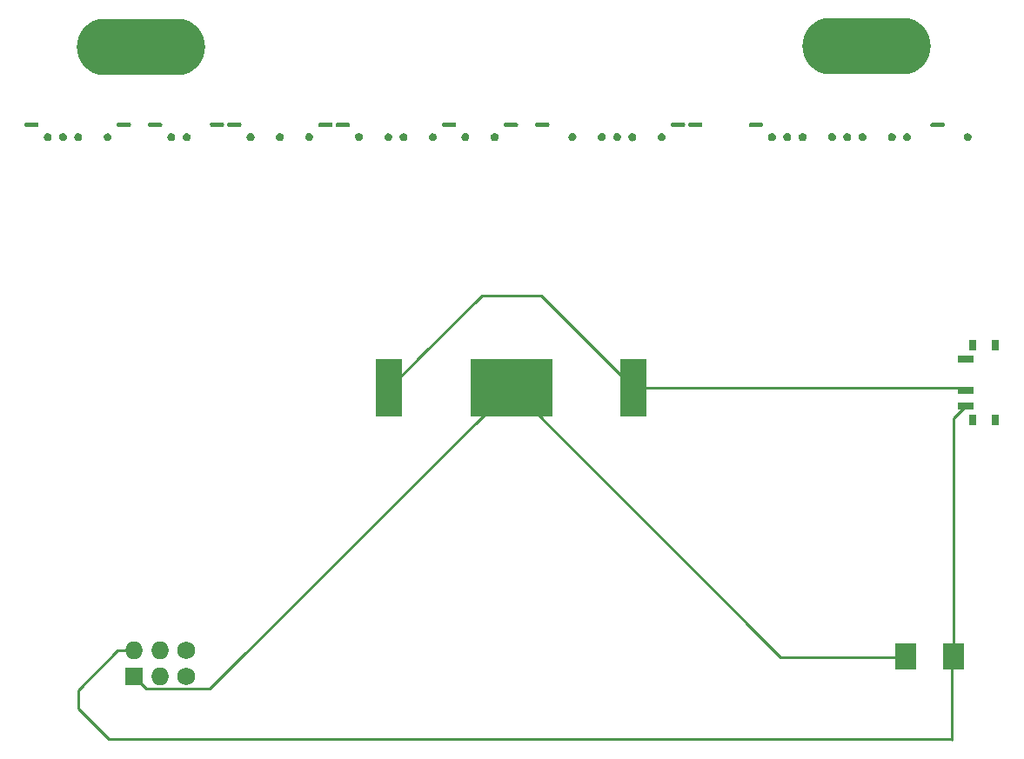
<source format=gbr>
G04 #@! TF.GenerationSoftware,KiCad,Pcbnew,(5.1.10)-1*
G04 #@! TF.CreationDate,2021-09-04T12:13:34-05:00*
G04 #@! TF.ProjectId,OzSec 2021 - Over the Rainbow v2_00(Svg2Shenzen),4f7a5365-6320-4323-9032-31202d204f76,rev?*
G04 #@! TF.SameCoordinates,Original*
G04 #@! TF.FileFunction,Copper,L2,Bot*
G04 #@! TF.FilePolarity,Positive*
%FSLAX46Y46*%
G04 Gerber Fmt 4.6, Leading zero omitted, Abs format (unit mm)*
G04 Created by KiCad (PCBNEW (5.1.10)-1) date 2021-09-04 12:13:34*
%MOMM*%
%LPD*%
G01*
G04 APERTURE LIST*
G04 #@! TA.AperFunction,EtchedComponent*
%ADD10C,0.010000*%
G04 #@! TD*
G04 #@! TA.AperFunction,ComponentPad*
%ADD11C,1.727200*%
G04 #@! TD*
G04 #@! TA.AperFunction,ComponentPad*
%ADD12O,1.727200X1.727200*%
G04 #@! TD*
G04 #@! TA.AperFunction,ComponentPad*
%ADD13R,1.727200X1.727200*%
G04 #@! TD*
G04 #@! TA.AperFunction,SMDPad,CuDef*
%ADD14R,2.600000X5.560000*%
G04 #@! TD*
G04 #@! TA.AperFunction,SMDPad,CuDef*
%ADD15R,8.000000X5.560000*%
G04 #@! TD*
G04 #@! TA.AperFunction,SMDPad,CuDef*
%ADD16R,2.000000X2.500000*%
G04 #@! TD*
G04 #@! TA.AperFunction,ComponentPad*
%ADD17O,12.500000X5.500000*%
G04 #@! TD*
G04 #@! TA.AperFunction,SMDPad,CuDef*
%ADD18R,0.800000X1.000000*%
G04 #@! TD*
G04 #@! TA.AperFunction,SMDPad,CuDef*
%ADD19R,1.500000X0.700000*%
G04 #@! TD*
G04 #@! TA.AperFunction,Conductor*
%ADD20C,0.250000*%
G04 #@! TD*
G04 APERTURE END LIST*
D10*
G04 #@! TO.C,G\u002A\u002A\u002A*
G36*
X178448728Y-57189325D02*
G01*
X178561443Y-57193574D01*
X178646049Y-57201990D01*
X178707275Y-57215377D01*
X178749852Y-57234543D01*
X178778507Y-57260294D01*
X178797971Y-57293437D01*
X178803372Y-57306631D01*
X178816814Y-57392369D01*
X178797558Y-57475908D01*
X178749382Y-57541736D01*
X178745275Y-57545083D01*
X178726055Y-57558551D01*
X178703321Y-57568883D01*
X178671604Y-57576481D01*
X178625434Y-57581751D01*
X178559341Y-57585095D01*
X178467856Y-57586916D01*
X178345510Y-57587619D01*
X178186832Y-57587608D01*
X178169271Y-57587583D01*
X177994019Y-57586749D01*
X177856683Y-57584657D01*
X177752861Y-57581081D01*
X177678147Y-57575795D01*
X177628137Y-57568573D01*
X177598428Y-57559188D01*
X177596415Y-57558127D01*
X177540937Y-57505501D01*
X177513457Y-57432306D01*
X177515397Y-57350924D01*
X177548182Y-57273740D01*
X177561717Y-57256139D01*
X177612766Y-57196750D01*
X178120052Y-57190096D01*
X178303174Y-57188434D01*
X178448728Y-57189325D01*
G37*
X178448728Y-57189325D02*
X178561443Y-57193574D01*
X178646049Y-57201990D01*
X178707275Y-57215377D01*
X178749852Y-57234543D01*
X178778507Y-57260294D01*
X178797971Y-57293437D01*
X178803372Y-57306631D01*
X178816814Y-57392369D01*
X178797558Y-57475908D01*
X178749382Y-57541736D01*
X178745275Y-57545083D01*
X178726055Y-57558551D01*
X178703321Y-57568883D01*
X178671604Y-57576481D01*
X178625434Y-57581751D01*
X178559341Y-57585095D01*
X178467856Y-57586916D01*
X178345510Y-57587619D01*
X178186832Y-57587608D01*
X178169271Y-57587583D01*
X177994019Y-57586749D01*
X177856683Y-57584657D01*
X177752861Y-57581081D01*
X177678147Y-57575795D01*
X177628137Y-57568573D01*
X177598428Y-57559188D01*
X177596415Y-57558127D01*
X177540937Y-57505501D01*
X177513457Y-57432306D01*
X177515397Y-57350924D01*
X177548182Y-57273740D01*
X177561717Y-57256139D01*
X177612766Y-57196750D01*
X178120052Y-57190096D01*
X178303174Y-57188434D01*
X178448728Y-57189325D01*
G36*
X160760342Y-57188444D02*
G01*
X160872718Y-57192133D01*
X160957136Y-57199797D01*
X161018379Y-57212221D01*
X161061229Y-57230191D01*
X161090466Y-57254494D01*
X161110873Y-57285916D01*
X161118458Y-57302608D01*
X161137847Y-57393316D01*
X161121878Y-57477296D01*
X161072739Y-57543720D01*
X161069120Y-57546647D01*
X161050424Y-57559468D01*
X161027415Y-57569361D01*
X160994749Y-57576702D01*
X160947085Y-57581869D01*
X160879080Y-57585238D01*
X160785391Y-57587188D01*
X160660675Y-57588093D01*
X160499590Y-57588332D01*
X160478267Y-57588334D01*
X159940409Y-57588334D01*
X159888455Y-57536379D01*
X159845487Y-57465877D01*
X159835646Y-57382286D01*
X159858975Y-57298928D01*
X159887549Y-57256139D01*
X159938598Y-57196750D01*
X160432591Y-57189842D01*
X160615226Y-57187942D01*
X160760342Y-57188444D01*
G37*
X160760342Y-57188444D02*
X160872718Y-57192133D01*
X160957136Y-57199797D01*
X161018379Y-57212221D01*
X161061229Y-57230191D01*
X161090466Y-57254494D01*
X161110873Y-57285916D01*
X161118458Y-57302608D01*
X161137847Y-57393316D01*
X161121878Y-57477296D01*
X161072739Y-57543720D01*
X161069120Y-57546647D01*
X161050424Y-57559468D01*
X161027415Y-57569361D01*
X160994749Y-57576702D01*
X160947085Y-57581869D01*
X160879080Y-57585238D01*
X160785391Y-57587188D01*
X160660675Y-57588093D01*
X160499590Y-57588332D01*
X160478267Y-57588334D01*
X159940409Y-57588334D01*
X159888455Y-57536379D01*
X159845487Y-57465877D01*
X159835646Y-57382286D01*
X159858975Y-57298928D01*
X159887549Y-57256139D01*
X159938598Y-57196750D01*
X160432591Y-57189842D01*
X160615226Y-57187942D01*
X160760342Y-57188444D01*
G36*
X154781638Y-57187027D02*
G01*
X154925826Y-57190552D01*
X155036492Y-57198160D01*
X155118030Y-57211267D01*
X155174838Y-57231291D01*
X155211311Y-57259650D01*
X155231845Y-57297759D01*
X155240836Y-57347037D01*
X155242660Y-57393504D01*
X155234667Y-57467716D01*
X155204609Y-57522112D01*
X155191379Y-57536379D01*
X155139424Y-57588334D01*
X154601567Y-57588334D01*
X154436286Y-57588175D01*
X154307964Y-57587436D01*
X154211227Y-57585718D01*
X154140703Y-57582626D01*
X154091016Y-57577760D01*
X154056794Y-57570725D01*
X154032663Y-57561124D01*
X154013249Y-57548558D01*
X154007938Y-57544464D01*
X153970975Y-57506287D01*
X153954896Y-57458067D01*
X153952167Y-57405489D01*
X153954284Y-57343599D01*
X153963564Y-57294559D01*
X153984396Y-57256884D01*
X154021172Y-57229084D01*
X154078282Y-57209673D01*
X154160116Y-57197164D01*
X154271066Y-57190068D01*
X154415521Y-57186898D01*
X154597873Y-57186167D01*
X154599531Y-57186167D01*
X154781638Y-57187027D01*
G37*
X154781638Y-57187027D02*
X154925826Y-57190552D01*
X155036492Y-57198160D01*
X155118030Y-57211267D01*
X155174838Y-57231291D01*
X155211311Y-57259650D01*
X155231845Y-57297759D01*
X155240836Y-57347037D01*
X155242660Y-57393504D01*
X155234667Y-57467716D01*
X155204609Y-57522112D01*
X155191379Y-57536379D01*
X155139424Y-57588334D01*
X154601567Y-57588334D01*
X154436286Y-57588175D01*
X154307964Y-57587436D01*
X154211227Y-57585718D01*
X154140703Y-57582626D01*
X154091016Y-57577760D01*
X154056794Y-57570725D01*
X154032663Y-57561124D01*
X154013249Y-57548558D01*
X154007938Y-57544464D01*
X153970975Y-57506287D01*
X153954896Y-57458067D01*
X153952167Y-57405489D01*
X153954284Y-57343599D01*
X153963564Y-57294559D01*
X153984396Y-57256884D01*
X154021172Y-57229084D01*
X154078282Y-57209673D01*
X154160116Y-57197164D01*
X154271066Y-57190068D01*
X154415521Y-57186898D01*
X154597873Y-57186167D01*
X154599531Y-57186167D01*
X154781638Y-57187027D01*
G36*
X153082904Y-57196842D02*
G01*
X153212076Y-57197398D01*
X153309386Y-57198844D01*
X153380068Y-57201602D01*
X153429360Y-57206097D01*
X153462495Y-57212752D01*
X153484710Y-57221990D01*
X153501240Y-57234236D01*
X153512371Y-57244963D01*
X153553165Y-57313022D01*
X153564066Y-57395060D01*
X153545662Y-57475677D01*
X153501195Y-57537250D01*
X153441806Y-57588334D01*
X152919112Y-57586901D01*
X152747054Y-57585509D01*
X152600678Y-57582450D01*
X152483922Y-57577889D01*
X152400723Y-57571988D01*
X152355020Y-57564913D01*
X152350298Y-57563172D01*
X152299309Y-57517202D01*
X152270803Y-57447922D01*
X152265802Y-57368511D01*
X152285329Y-57292149D01*
X152324970Y-57236698D01*
X152341107Y-57224498D01*
X152362710Y-57215059D01*
X152394972Y-57208029D01*
X152443083Y-57203058D01*
X152512235Y-57199795D01*
X152607619Y-57197890D01*
X152734428Y-57196992D01*
X152897853Y-57196752D01*
X152916634Y-57196750D01*
X153082904Y-57196842D01*
G37*
X153082904Y-57196842D02*
X153212076Y-57197398D01*
X153309386Y-57198844D01*
X153380068Y-57201602D01*
X153429360Y-57206097D01*
X153462495Y-57212752D01*
X153484710Y-57221990D01*
X153501240Y-57234236D01*
X153512371Y-57244963D01*
X153553165Y-57313022D01*
X153564066Y-57395060D01*
X153545662Y-57475677D01*
X153501195Y-57537250D01*
X153441806Y-57588334D01*
X152919112Y-57586901D01*
X152747054Y-57585509D01*
X152600678Y-57582450D01*
X152483922Y-57577889D01*
X152400723Y-57571988D01*
X152355020Y-57564913D01*
X152350298Y-57563172D01*
X152299309Y-57517202D01*
X152270803Y-57447922D01*
X152265802Y-57368511D01*
X152285329Y-57292149D01*
X152324970Y-57236698D01*
X152341107Y-57224498D01*
X152362710Y-57215059D01*
X152394972Y-57208029D01*
X152443083Y-57203058D01*
X152512235Y-57199795D01*
X152607619Y-57197890D01*
X152734428Y-57196992D01*
X152897853Y-57196752D01*
X152916634Y-57196750D01*
X153082904Y-57196842D01*
G36*
X139871530Y-57196840D02*
G01*
X140001361Y-57197388D01*
X140099283Y-57198815D01*
X140170511Y-57201538D01*
X140220257Y-57205977D01*
X140253734Y-57212551D01*
X140276155Y-57221679D01*
X140292732Y-57233780D01*
X140304371Y-57244963D01*
X140345165Y-57313022D01*
X140356066Y-57395060D01*
X140337662Y-57475677D01*
X140293195Y-57537250D01*
X140233806Y-57588334D01*
X139711112Y-57586901D01*
X139544301Y-57585551D01*
X139400312Y-57582595D01*
X139283654Y-57578217D01*
X139198837Y-57572602D01*
X139150372Y-57565936D01*
X139143207Y-57563577D01*
X139088173Y-57515608D01*
X139058175Y-57445074D01*
X139054926Y-57364743D01*
X139080142Y-57287382D01*
X139101917Y-57256139D01*
X139153001Y-57196750D01*
X139704580Y-57196750D01*
X139871530Y-57196840D01*
G37*
X139871530Y-57196840D02*
X140001361Y-57197388D01*
X140099283Y-57198815D01*
X140170511Y-57201538D01*
X140220257Y-57205977D01*
X140253734Y-57212551D01*
X140276155Y-57221679D01*
X140292732Y-57233780D01*
X140304371Y-57244963D01*
X140345165Y-57313022D01*
X140356066Y-57395060D01*
X140337662Y-57475677D01*
X140293195Y-57537250D01*
X140233806Y-57588334D01*
X139711112Y-57586901D01*
X139544301Y-57585551D01*
X139400312Y-57582595D01*
X139283654Y-57578217D01*
X139198837Y-57572602D01*
X139150372Y-57565936D01*
X139143207Y-57563577D01*
X139088173Y-57515608D01*
X139058175Y-57445074D01*
X139054926Y-57364743D01*
X139080142Y-57287382D01*
X139101917Y-57256139D01*
X139153001Y-57196750D01*
X139704580Y-57196750D01*
X139871530Y-57196840D01*
G36*
X136618638Y-57188591D02*
G01*
X136719076Y-57189842D01*
X137213069Y-57196750D01*
X137264118Y-57256139D01*
X137305105Y-57329843D01*
X137315362Y-57410603D01*
X137296316Y-57486223D01*
X137249395Y-57544504D01*
X137228861Y-57557431D01*
X137200913Y-57567590D01*
X137157947Y-57575381D01*
X137094963Y-57581073D01*
X137006959Y-57584934D01*
X136888935Y-57587231D01*
X136735889Y-57588233D01*
X136652322Y-57588334D01*
X136490403Y-57588145D01*
X136365330Y-57587309D01*
X136271615Y-57585413D01*
X136203773Y-57582051D01*
X136156317Y-57576811D01*
X136123758Y-57569285D01*
X136100612Y-57559064D01*
X136081396Y-57545742D01*
X136027899Y-57479109D01*
X136011346Y-57396035D01*
X136031743Y-57306117D01*
X136049917Y-57270264D01*
X136074251Y-57242083D01*
X136109547Y-57220760D01*
X136160612Y-57205485D01*
X136232249Y-57195443D01*
X136329262Y-57189821D01*
X136456457Y-57187808D01*
X136618638Y-57188591D01*
G37*
X136618638Y-57188591D02*
X136719076Y-57189842D01*
X137213069Y-57196750D01*
X137264118Y-57256139D01*
X137305105Y-57329843D01*
X137315362Y-57410603D01*
X137296316Y-57486223D01*
X137249395Y-57544504D01*
X137228861Y-57557431D01*
X137200913Y-57567590D01*
X137157947Y-57575381D01*
X137094963Y-57581073D01*
X137006959Y-57584934D01*
X136888935Y-57587231D01*
X136735889Y-57588233D01*
X136652322Y-57588334D01*
X136490403Y-57588145D01*
X136365330Y-57587309D01*
X136271615Y-57585413D01*
X136203773Y-57582051D01*
X136156317Y-57576811D01*
X136123758Y-57569285D01*
X136100612Y-57559064D01*
X136081396Y-57545742D01*
X136027899Y-57479109D01*
X136011346Y-57396035D01*
X136031743Y-57306117D01*
X136049917Y-57270264D01*
X136074251Y-57242083D01*
X136109547Y-57220760D01*
X136160612Y-57205485D01*
X136232249Y-57195443D01*
X136329262Y-57189821D01*
X136456457Y-57187808D01*
X136618638Y-57188591D01*
G36*
X130997786Y-57189422D02*
G01*
X131078378Y-57193891D01*
X131137843Y-57201442D01*
X131181478Y-57212528D01*
X131214580Y-57227603D01*
X131242351Y-57247044D01*
X131273537Y-57283296D01*
X131287459Y-57335039D01*
X131289722Y-57387302D01*
X131285126Y-57456650D01*
X131266739Y-57502352D01*
X131232098Y-57538767D01*
X131213255Y-57554118D01*
X131193273Y-57565904D01*
X131166683Y-57574580D01*
X131128018Y-57580601D01*
X131071811Y-57584419D01*
X130992594Y-57586491D01*
X130884900Y-57587270D01*
X130743261Y-57587210D01*
X130651778Y-57586992D01*
X130504871Y-57585885D01*
X130370135Y-57583488D01*
X130253963Y-57580025D01*
X130162751Y-57575721D01*
X130102893Y-57570801D01*
X130082842Y-57567019D01*
X130028137Y-57524398D01*
X129997248Y-57457850D01*
X129991744Y-57379464D01*
X130013191Y-57301328D01*
X130042549Y-57256139D01*
X130093597Y-57196750D01*
X130576280Y-57189959D01*
X130752034Y-57187909D01*
X130890770Y-57187579D01*
X130997786Y-57189422D01*
G37*
X130997786Y-57189422D02*
X131078378Y-57193891D01*
X131137843Y-57201442D01*
X131181478Y-57212528D01*
X131214580Y-57227603D01*
X131242351Y-57247044D01*
X131273537Y-57283296D01*
X131287459Y-57335039D01*
X131289722Y-57387302D01*
X131285126Y-57456650D01*
X131266739Y-57502352D01*
X131232098Y-57538767D01*
X131213255Y-57554118D01*
X131193273Y-57565904D01*
X131166683Y-57574580D01*
X131128018Y-57580601D01*
X131071811Y-57584419D01*
X130992594Y-57586491D01*
X130884900Y-57587270D01*
X130743261Y-57587210D01*
X130651778Y-57586992D01*
X130504871Y-57585885D01*
X130370135Y-57583488D01*
X130253963Y-57580025D01*
X130162751Y-57575721D01*
X130102893Y-57570801D01*
X130082842Y-57567019D01*
X130028137Y-57524398D01*
X129997248Y-57457850D01*
X129991744Y-57379464D01*
X130013191Y-57301328D01*
X130042549Y-57256139D01*
X130093597Y-57196750D01*
X130576280Y-57189959D01*
X130752034Y-57187909D01*
X130890770Y-57187579D01*
X130997786Y-57189422D01*
G36*
X120470471Y-57187027D02*
G01*
X120614660Y-57190552D01*
X120725325Y-57198160D01*
X120806863Y-57211267D01*
X120863671Y-57231291D01*
X120900144Y-57259650D01*
X120920678Y-57297759D01*
X120929670Y-57347037D01*
X120931494Y-57393504D01*
X120923500Y-57467716D01*
X120893442Y-57522112D01*
X120880212Y-57536379D01*
X120828258Y-57588334D01*
X120290400Y-57588334D01*
X120125119Y-57588175D01*
X119996797Y-57587436D01*
X119900061Y-57585718D01*
X119829536Y-57582626D01*
X119779850Y-57577760D01*
X119745628Y-57570725D01*
X119721496Y-57561124D01*
X119702082Y-57548558D01*
X119696771Y-57544464D01*
X119659808Y-57506287D01*
X119643729Y-57458067D01*
X119641000Y-57405489D01*
X119643118Y-57343599D01*
X119652397Y-57294559D01*
X119673230Y-57256884D01*
X119710005Y-57229084D01*
X119767115Y-57209673D01*
X119848949Y-57197164D01*
X119959899Y-57190068D01*
X120104354Y-57186898D01*
X120286706Y-57186167D01*
X120288364Y-57186167D01*
X120470471Y-57187027D01*
G37*
X120470471Y-57187027D02*
X120614660Y-57190552D01*
X120725325Y-57198160D01*
X120806863Y-57211267D01*
X120863671Y-57231291D01*
X120900144Y-57259650D01*
X120920678Y-57297759D01*
X120929670Y-57347037D01*
X120931494Y-57393504D01*
X120923500Y-57467716D01*
X120893442Y-57522112D01*
X120880212Y-57536379D01*
X120828258Y-57588334D01*
X120290400Y-57588334D01*
X120125119Y-57588175D01*
X119996797Y-57587436D01*
X119900061Y-57585718D01*
X119829536Y-57582626D01*
X119779850Y-57577760D01*
X119745628Y-57570725D01*
X119721496Y-57561124D01*
X119702082Y-57548558D01*
X119696771Y-57544464D01*
X119659808Y-57506287D01*
X119643729Y-57458067D01*
X119641000Y-57405489D01*
X119643118Y-57343599D01*
X119652397Y-57294559D01*
X119673230Y-57256884D01*
X119710005Y-57229084D01*
X119767115Y-57209673D01*
X119848949Y-57197164D01*
X119959899Y-57190068D01*
X120104354Y-57186898D01*
X120286706Y-57186167D01*
X120288364Y-57186167D01*
X120470471Y-57187027D01*
G36*
X118772042Y-57196881D02*
G01*
X118901492Y-57197534D01*
X118999028Y-57199101D01*
X119069860Y-57201974D01*
X119119195Y-57206544D01*
X119152245Y-57213204D01*
X119174219Y-57222345D01*
X119190325Y-57234359D01*
X119197510Y-57241269D01*
X119229352Y-57291372D01*
X119251294Y-57358407D01*
X119253664Y-57372539D01*
X119257109Y-57433090D01*
X119241949Y-57476383D01*
X119200778Y-57523812D01*
X119136257Y-57588334D01*
X118610753Y-57586901D01*
X118438021Y-57585515D01*
X118291093Y-57582469D01*
X118173869Y-57577925D01*
X118090247Y-57572046D01*
X118044128Y-57564993D01*
X118039132Y-57563172D01*
X117988142Y-57517202D01*
X117959636Y-57447922D01*
X117954635Y-57368511D01*
X117974162Y-57292149D01*
X118013803Y-57236698D01*
X118029940Y-57224498D01*
X118051543Y-57215059D01*
X118083805Y-57208029D01*
X118131916Y-57203058D01*
X118201068Y-57199795D01*
X118296453Y-57197890D01*
X118423262Y-57196992D01*
X118586686Y-57196752D01*
X118605468Y-57196750D01*
X118772042Y-57196881D01*
G37*
X118772042Y-57196881D02*
X118901492Y-57197534D01*
X118999028Y-57199101D01*
X119069860Y-57201974D01*
X119119195Y-57206544D01*
X119152245Y-57213204D01*
X119174219Y-57222345D01*
X119190325Y-57234359D01*
X119197510Y-57241269D01*
X119229352Y-57291372D01*
X119251294Y-57358407D01*
X119253664Y-57372539D01*
X119257109Y-57433090D01*
X119241949Y-57476383D01*
X119200778Y-57523812D01*
X119136257Y-57588334D01*
X118610753Y-57586901D01*
X118438021Y-57585515D01*
X118291093Y-57582469D01*
X118173869Y-57577925D01*
X118090247Y-57572046D01*
X118044128Y-57564993D01*
X118039132Y-57563172D01*
X117988142Y-57517202D01*
X117959636Y-57447922D01*
X117954635Y-57368511D01*
X117974162Y-57292149D01*
X118013803Y-57236698D01*
X118029940Y-57224498D01*
X118051543Y-57215059D01*
X118083805Y-57208029D01*
X118131916Y-57203058D01*
X118201068Y-57199795D01*
X118296453Y-57197890D01*
X118423262Y-57196992D01*
X118586686Y-57196752D01*
X118605468Y-57196750D01*
X118772042Y-57196881D01*
G36*
X109902904Y-57196842D02*
G01*
X110032076Y-57197398D01*
X110129386Y-57198844D01*
X110200068Y-57201602D01*
X110249360Y-57206097D01*
X110282495Y-57212752D01*
X110304710Y-57221990D01*
X110321240Y-57234236D01*
X110332371Y-57244963D01*
X110373165Y-57313022D01*
X110384066Y-57395060D01*
X110365662Y-57475677D01*
X110321195Y-57537250D01*
X110261806Y-57588334D01*
X109739112Y-57586901D01*
X109567054Y-57585509D01*
X109420678Y-57582450D01*
X109303922Y-57577889D01*
X109220723Y-57571988D01*
X109175020Y-57564913D01*
X109170298Y-57563172D01*
X109119309Y-57517202D01*
X109090803Y-57447922D01*
X109085802Y-57368511D01*
X109105329Y-57292149D01*
X109144970Y-57236698D01*
X109161107Y-57224498D01*
X109182710Y-57215059D01*
X109214972Y-57208029D01*
X109263083Y-57203058D01*
X109332235Y-57199795D01*
X109427619Y-57197890D01*
X109554428Y-57196992D01*
X109717853Y-57196752D01*
X109736634Y-57196750D01*
X109902904Y-57196842D01*
G37*
X109902904Y-57196842D02*
X110032076Y-57197398D01*
X110129386Y-57198844D01*
X110200068Y-57201602D01*
X110249360Y-57206097D01*
X110282495Y-57212752D01*
X110304710Y-57221990D01*
X110321240Y-57234236D01*
X110332371Y-57244963D01*
X110373165Y-57313022D01*
X110384066Y-57395060D01*
X110365662Y-57475677D01*
X110321195Y-57537250D01*
X110261806Y-57588334D01*
X109739112Y-57586901D01*
X109567054Y-57585509D01*
X109420678Y-57582450D01*
X109303922Y-57577889D01*
X109220723Y-57571988D01*
X109175020Y-57564913D01*
X109170298Y-57563172D01*
X109119309Y-57517202D01*
X109090803Y-57447922D01*
X109085802Y-57368511D01*
X109105329Y-57292149D01*
X109144970Y-57236698D01*
X109161107Y-57224498D01*
X109182710Y-57215059D01*
X109214972Y-57208029D01*
X109263083Y-57203058D01*
X109332235Y-57199795D01*
X109427619Y-57197890D01*
X109554428Y-57196992D01*
X109717853Y-57196752D01*
X109736634Y-57196750D01*
X109902904Y-57196842D01*
G36*
X108233255Y-57186923D02*
G01*
X108378101Y-57190145D01*
X108489391Y-57197263D01*
X108571506Y-57209706D01*
X108628828Y-57228905D01*
X108665739Y-57256288D01*
X108686621Y-57293287D01*
X108695856Y-57341330D01*
X108697834Y-57397404D01*
X108687269Y-57473698D01*
X108650754Y-57531372D01*
X108645879Y-57536379D01*
X108593924Y-57588334D01*
X107510576Y-57588334D01*
X107458621Y-57536379D01*
X107421170Y-57483977D01*
X107407757Y-57417258D01*
X107407340Y-57393504D01*
X107410437Y-57334656D01*
X107421691Y-57288069D01*
X107445498Y-57252325D01*
X107486252Y-57226006D01*
X107548352Y-57207696D01*
X107636191Y-57195977D01*
X107754168Y-57189433D01*
X107906677Y-57186645D01*
X108050470Y-57186167D01*
X108233255Y-57186923D01*
G37*
X108233255Y-57186923D02*
X108378101Y-57190145D01*
X108489391Y-57197263D01*
X108571506Y-57209706D01*
X108628828Y-57228905D01*
X108665739Y-57256288D01*
X108686621Y-57293287D01*
X108695856Y-57341330D01*
X108697834Y-57397404D01*
X108687269Y-57473698D01*
X108650754Y-57531372D01*
X108645879Y-57536379D01*
X108593924Y-57588334D01*
X107510576Y-57588334D01*
X107458621Y-57536379D01*
X107421170Y-57483977D01*
X107407757Y-57417258D01*
X107407340Y-57393504D01*
X107410437Y-57334656D01*
X107421691Y-57288069D01*
X107445498Y-57252325D01*
X107486252Y-57226006D01*
X107548352Y-57207696D01*
X107636191Y-57195977D01*
X107754168Y-57189433D01*
X107906677Y-57186645D01*
X108050470Y-57186167D01*
X108233255Y-57186923D01*
G36*
X102009876Y-57189290D02*
G01*
X102077115Y-57190096D01*
X102584401Y-57196750D01*
X102635450Y-57256139D01*
X102675254Y-57329061D01*
X102684430Y-57409899D01*
X102664873Y-57486332D01*
X102618483Y-57546039D01*
X102587920Y-57564833D01*
X102546605Y-57573289D01*
X102464871Y-57579943D01*
X102344598Y-57584718D01*
X102187664Y-57587536D01*
X102021609Y-57588334D01*
X101860154Y-57588153D01*
X101735522Y-57587331D01*
X101642204Y-57585451D01*
X101574688Y-57582094D01*
X101527466Y-57576842D01*
X101495028Y-57569276D01*
X101471863Y-57558978D01*
X101452462Y-57545530D01*
X101451892Y-57545083D01*
X101401940Y-57480969D01*
X101380657Y-57398122D01*
X101391824Y-57312051D01*
X101393795Y-57306631D01*
X101411198Y-57270771D01*
X101436173Y-57242580D01*
X101473449Y-57221249D01*
X101527756Y-57205974D01*
X101603822Y-57195947D01*
X101706378Y-57190361D01*
X101840153Y-57188411D01*
X102009876Y-57189290D01*
G37*
X102009876Y-57189290D02*
X102077115Y-57190096D01*
X102584401Y-57196750D01*
X102635450Y-57256139D01*
X102675254Y-57329061D01*
X102684430Y-57409899D01*
X102664873Y-57486332D01*
X102618483Y-57546039D01*
X102587920Y-57564833D01*
X102546605Y-57573289D01*
X102464871Y-57579943D01*
X102344598Y-57584718D01*
X102187664Y-57587536D01*
X102021609Y-57588334D01*
X101860154Y-57588153D01*
X101735522Y-57587331D01*
X101642204Y-57585451D01*
X101574688Y-57582094D01*
X101527466Y-57576842D01*
X101495028Y-57569276D01*
X101471863Y-57558978D01*
X101452462Y-57545530D01*
X101451892Y-57545083D01*
X101401940Y-57480969D01*
X101380657Y-57398122D01*
X101391824Y-57312051D01*
X101393795Y-57306631D01*
X101411198Y-57270771D01*
X101436173Y-57242580D01*
X101473449Y-57221249D01*
X101527756Y-57205974D01*
X101603822Y-57195947D01*
X101706378Y-57190361D01*
X101840153Y-57188411D01*
X102009876Y-57189290D01*
G36*
X99175430Y-57186930D02*
G01*
X99320011Y-57190176D01*
X99431046Y-57197340D01*
X99512922Y-57209859D01*
X99570028Y-57229167D01*
X99606750Y-57256701D01*
X99627476Y-57293896D01*
X99636594Y-57342186D01*
X99638500Y-57397404D01*
X99627936Y-57473698D01*
X99591421Y-57531372D01*
X99586546Y-57536379D01*
X99534591Y-57588334D01*
X98451243Y-57588334D01*
X98399288Y-57536379D01*
X98360045Y-57479441D01*
X98347412Y-57405648D01*
X98347334Y-57397404D01*
X98349665Y-57337685D01*
X98359586Y-57290378D01*
X98381482Y-57254047D01*
X98419742Y-57227256D01*
X98478752Y-57208571D01*
X98562900Y-57196555D01*
X98676574Y-57189774D01*
X98824160Y-57186791D01*
X98992917Y-57186167D01*
X99175430Y-57186930D01*
G37*
X99175430Y-57186930D02*
X99320011Y-57190176D01*
X99431046Y-57197340D01*
X99512922Y-57209859D01*
X99570028Y-57229167D01*
X99606750Y-57256701D01*
X99627476Y-57293896D01*
X99636594Y-57342186D01*
X99638500Y-57397404D01*
X99627936Y-57473698D01*
X99591421Y-57531372D01*
X99586546Y-57536379D01*
X99534591Y-57588334D01*
X98451243Y-57588334D01*
X98399288Y-57536379D01*
X98360045Y-57479441D01*
X98347412Y-57405648D01*
X98347334Y-57397404D01*
X98349665Y-57337685D01*
X98359586Y-57290378D01*
X98381482Y-57254047D01*
X98419742Y-57227256D01*
X98478752Y-57208571D01*
X98562900Y-57196555D01*
X98676574Y-57189774D01*
X98824160Y-57186791D01*
X98992917Y-57186167D01*
X99175430Y-57186930D01*
G36*
X90180971Y-57187027D02*
G01*
X90325160Y-57190552D01*
X90435825Y-57198160D01*
X90517363Y-57211267D01*
X90574171Y-57231291D01*
X90610644Y-57259650D01*
X90631178Y-57297759D01*
X90640170Y-57347037D01*
X90641994Y-57393504D01*
X90634000Y-57467716D01*
X90603942Y-57522112D01*
X90590712Y-57536379D01*
X90538758Y-57588334D01*
X90000900Y-57588334D01*
X89835619Y-57588175D01*
X89707297Y-57587436D01*
X89610561Y-57585718D01*
X89540036Y-57582626D01*
X89490350Y-57577760D01*
X89456128Y-57570725D01*
X89431996Y-57561124D01*
X89412582Y-57548558D01*
X89407271Y-57544464D01*
X89370308Y-57506287D01*
X89354229Y-57458067D01*
X89351500Y-57405489D01*
X89353618Y-57343599D01*
X89362897Y-57294559D01*
X89383730Y-57256884D01*
X89420505Y-57229084D01*
X89477615Y-57209673D01*
X89559449Y-57197164D01*
X89670399Y-57190068D01*
X89814854Y-57186898D01*
X89997206Y-57186167D01*
X89998864Y-57186167D01*
X90180971Y-57187027D01*
G37*
X90180971Y-57187027D02*
X90325160Y-57190552D01*
X90435825Y-57198160D01*
X90517363Y-57211267D01*
X90574171Y-57231291D01*
X90610644Y-57259650D01*
X90631178Y-57297759D01*
X90640170Y-57347037D01*
X90641994Y-57393504D01*
X90634000Y-57467716D01*
X90603942Y-57522112D01*
X90590712Y-57536379D01*
X90538758Y-57588334D01*
X90000900Y-57588334D01*
X89835619Y-57588175D01*
X89707297Y-57587436D01*
X89610561Y-57585718D01*
X89540036Y-57582626D01*
X89490350Y-57577760D01*
X89456128Y-57570725D01*
X89431996Y-57561124D01*
X89412582Y-57548558D01*
X89407271Y-57544464D01*
X89370308Y-57506287D01*
X89354229Y-57458067D01*
X89351500Y-57405489D01*
X89353618Y-57343599D01*
X89362897Y-57294559D01*
X89383730Y-57256884D01*
X89420505Y-57229084D01*
X89477615Y-57209673D01*
X89559449Y-57197164D01*
X89670399Y-57190068D01*
X89814854Y-57186898D01*
X89997206Y-57186167D01*
X89998864Y-57186167D01*
X90180971Y-57187027D01*
G36*
X181237930Y-58274334D02*
G01*
X181334079Y-58336108D01*
X181393442Y-58400819D01*
X181425058Y-58471440D01*
X181439067Y-58563918D01*
X181435496Y-58661626D01*
X181414374Y-58747936D01*
X181392804Y-58787990D01*
X181307756Y-58872801D01*
X181206455Y-58926228D01*
X181097733Y-58946283D01*
X180990423Y-58930978D01*
X180916339Y-58895204D01*
X180836737Y-58819931D01*
X180781494Y-58722327D01*
X180757083Y-58616035D01*
X180758613Y-58562703D01*
X180791697Y-58445160D01*
X180852884Y-58353016D01*
X180935139Y-58288068D01*
X181031423Y-58252108D01*
X181134699Y-58246932D01*
X181237930Y-58274334D01*
G37*
X181237930Y-58274334D02*
X181334079Y-58336108D01*
X181393442Y-58400819D01*
X181425058Y-58471440D01*
X181439067Y-58563918D01*
X181435496Y-58661626D01*
X181414374Y-58747936D01*
X181392804Y-58787990D01*
X181307756Y-58872801D01*
X181206455Y-58926228D01*
X181097733Y-58946283D01*
X180990423Y-58930978D01*
X180916339Y-58895204D01*
X180836737Y-58819931D01*
X180781494Y-58722327D01*
X180757083Y-58616035D01*
X180758613Y-58562703D01*
X180791697Y-58445160D01*
X180852884Y-58353016D01*
X180935139Y-58288068D01*
X181031423Y-58252108D01*
X181134699Y-58246932D01*
X181237930Y-58274334D01*
G36*
X175291384Y-58256611D02*
G01*
X175388067Y-58296014D01*
X175464756Y-58361142D01*
X175519134Y-58445133D01*
X175548882Y-58541123D01*
X175551685Y-58642251D01*
X175525224Y-58741655D01*
X175467182Y-58832472D01*
X175395017Y-58895303D01*
X175302653Y-58934448D01*
X175196358Y-58944226D01*
X175092675Y-58924657D01*
X175032509Y-58894871D01*
X174971608Y-58843464D01*
X174916670Y-58781068D01*
X174911089Y-58773163D01*
X174881377Y-58720772D01*
X174868509Y-58667319D01*
X174868550Y-58594243D01*
X174869623Y-58577591D01*
X174895713Y-58453548D01*
X174953264Y-58356352D01*
X175039880Y-58288561D01*
X175153161Y-58252731D01*
X175177024Y-58249794D01*
X175291384Y-58256611D01*
G37*
X175291384Y-58256611D02*
X175388067Y-58296014D01*
X175464756Y-58361142D01*
X175519134Y-58445133D01*
X175548882Y-58541123D01*
X175551685Y-58642251D01*
X175525224Y-58741655D01*
X175467182Y-58832472D01*
X175395017Y-58895303D01*
X175302653Y-58934448D01*
X175196358Y-58944226D01*
X175092675Y-58924657D01*
X175032509Y-58894871D01*
X174971608Y-58843464D01*
X174916670Y-58781068D01*
X174911089Y-58773163D01*
X174881377Y-58720772D01*
X174868509Y-58667319D01*
X174868550Y-58594243D01*
X174869623Y-58577591D01*
X174895713Y-58453548D01*
X174953264Y-58356352D01*
X175039880Y-58288561D01*
X175153161Y-58252731D01*
X175177024Y-58249794D01*
X175291384Y-58256611D01*
G36*
X173748082Y-58249772D02*
G01*
X173863919Y-58279984D01*
X173957739Y-58342659D01*
X174024098Y-58431894D01*
X174057549Y-58541787D01*
X174060500Y-58588390D01*
X174043686Y-58713060D01*
X173994926Y-58815827D01*
X173926983Y-58884141D01*
X173845596Y-58921127D01*
X173744306Y-58938126D01*
X173641132Y-58933965D01*
X173555659Y-58908281D01*
X173498297Y-58866789D01*
X173443436Y-58808327D01*
X173431454Y-58791635D01*
X173401785Y-58740489D01*
X173387211Y-58691767D01*
X173384300Y-58628650D01*
X173386942Y-58573429D01*
X173395010Y-58491799D01*
X173410103Y-58436860D01*
X173437693Y-58392998D01*
X173458230Y-58369978D01*
X173543651Y-58295324D01*
X173628832Y-58256334D01*
X173725610Y-58248096D01*
X173748082Y-58249772D01*
G37*
X173748082Y-58249772D02*
X173863919Y-58279984D01*
X173957739Y-58342659D01*
X174024098Y-58431894D01*
X174057549Y-58541787D01*
X174060500Y-58588390D01*
X174043686Y-58713060D01*
X173994926Y-58815827D01*
X173926983Y-58884141D01*
X173845596Y-58921127D01*
X173744306Y-58938126D01*
X173641132Y-58933965D01*
X173555659Y-58908281D01*
X173498297Y-58866789D01*
X173443436Y-58808327D01*
X173431454Y-58791635D01*
X173401785Y-58740489D01*
X173387211Y-58691767D01*
X173384300Y-58628650D01*
X173386942Y-58573429D01*
X173395010Y-58491799D01*
X173410103Y-58436860D01*
X173437693Y-58392998D01*
X173458230Y-58369978D01*
X173543651Y-58295324D01*
X173628832Y-58256334D01*
X173725610Y-58248096D01*
X173748082Y-58249772D01*
G36*
X170952217Y-58256611D02*
G01*
X171048900Y-58296014D01*
X171125589Y-58361142D01*
X171179967Y-58445133D01*
X171209716Y-58541123D01*
X171212518Y-58642251D01*
X171186057Y-58741655D01*
X171128015Y-58832472D01*
X171055851Y-58895303D01*
X170965043Y-58933441D01*
X170858518Y-58943006D01*
X170751875Y-58923911D01*
X170692006Y-58897333D01*
X170603232Y-58823094D01*
X170548092Y-58724986D01*
X170528816Y-58607527D01*
X170530315Y-58569742D01*
X170558361Y-58447976D01*
X170618303Y-58352274D01*
X170707118Y-58285780D01*
X170821783Y-58251637D01*
X170837858Y-58249794D01*
X170952217Y-58256611D01*
G37*
X170952217Y-58256611D02*
X171048900Y-58296014D01*
X171125589Y-58361142D01*
X171179967Y-58445133D01*
X171209716Y-58541123D01*
X171212518Y-58642251D01*
X171186057Y-58741655D01*
X171128015Y-58832472D01*
X171055851Y-58895303D01*
X170965043Y-58933441D01*
X170858518Y-58943006D01*
X170751875Y-58923911D01*
X170692006Y-58897333D01*
X170603232Y-58823094D01*
X170548092Y-58724986D01*
X170528816Y-58607527D01*
X170530315Y-58569742D01*
X170558361Y-58447976D01*
X170618303Y-58352274D01*
X170707118Y-58285780D01*
X170821783Y-58251637D01*
X170837858Y-58249794D01*
X170952217Y-58256611D01*
G36*
X169408916Y-58249772D02*
G01*
X169524752Y-58279984D01*
X169618572Y-58342659D01*
X169684931Y-58431894D01*
X169718383Y-58541787D01*
X169721334Y-58588390D01*
X169704519Y-58713060D01*
X169655759Y-58815827D01*
X169587817Y-58884141D01*
X169506429Y-58921127D01*
X169405139Y-58938126D01*
X169301965Y-58933965D01*
X169216492Y-58908281D01*
X169159130Y-58866789D01*
X169104269Y-58808327D01*
X169092288Y-58791635D01*
X169062619Y-58740489D01*
X169048045Y-58691767D01*
X169045134Y-58628650D01*
X169047775Y-58573429D01*
X169055843Y-58491799D01*
X169070937Y-58436860D01*
X169098527Y-58392998D01*
X169119063Y-58369978D01*
X169204485Y-58295324D01*
X169289665Y-58256334D01*
X169386444Y-58248096D01*
X169408916Y-58249772D01*
G37*
X169408916Y-58249772D02*
X169524752Y-58279984D01*
X169618572Y-58342659D01*
X169684931Y-58431894D01*
X169718383Y-58541787D01*
X169721334Y-58588390D01*
X169704519Y-58713060D01*
X169655759Y-58815827D01*
X169587817Y-58884141D01*
X169506429Y-58921127D01*
X169405139Y-58938126D01*
X169301965Y-58933965D01*
X169216492Y-58908281D01*
X169159130Y-58866789D01*
X169104269Y-58808327D01*
X169092288Y-58791635D01*
X169062619Y-58740489D01*
X169048045Y-58691767D01*
X169045134Y-58628650D01*
X169047775Y-58573429D01*
X169055843Y-58491799D01*
X169070937Y-58436860D01*
X169098527Y-58392998D01*
X169119063Y-58369978D01*
X169204485Y-58295324D01*
X169289665Y-58256334D01*
X169386444Y-58248096D01*
X169408916Y-58249772D01*
G36*
X167996314Y-58259993D02*
G01*
X168031106Y-58271762D01*
X168092052Y-58309254D01*
X168152212Y-58364454D01*
X168168085Y-58383482D01*
X168203515Y-58436657D01*
X168221974Y-58488461D01*
X168228596Y-58556768D01*
X168229084Y-58595842D01*
X168219245Y-58704659D01*
X168185136Y-58787934D01*
X168119866Y-58858685D01*
X168070549Y-58895375D01*
X167979403Y-58934287D01*
X167873812Y-58944248D01*
X167770211Y-58925266D01*
X167708339Y-58895204D01*
X167644468Y-58834828D01*
X167589339Y-58751414D01*
X167552192Y-58661627D01*
X167541632Y-58594557D01*
X167558828Y-58501849D01*
X167602803Y-58407198D01*
X167663987Y-58329147D01*
X167689571Y-58307831D01*
X167781721Y-58264880D01*
X167890089Y-58248288D01*
X167996314Y-58259993D01*
G37*
X167996314Y-58259993D02*
X168031106Y-58271762D01*
X168092052Y-58309254D01*
X168152212Y-58364454D01*
X168168085Y-58383482D01*
X168203515Y-58436657D01*
X168221974Y-58488461D01*
X168228596Y-58556768D01*
X168229084Y-58595842D01*
X168219245Y-58704659D01*
X168185136Y-58787934D01*
X168119866Y-58858685D01*
X168070549Y-58895375D01*
X167979403Y-58934287D01*
X167873812Y-58944248D01*
X167770211Y-58925266D01*
X167708339Y-58895204D01*
X167644468Y-58834828D01*
X167589339Y-58751414D01*
X167552192Y-58661627D01*
X167541632Y-58594557D01*
X167558828Y-58501849D01*
X167602803Y-58407198D01*
X167663987Y-58329147D01*
X167689571Y-58307831D01*
X167781721Y-58264880D01*
X167890089Y-58248288D01*
X167996314Y-58259993D01*
G36*
X165069749Y-58249772D02*
G01*
X165185585Y-58279984D01*
X165279406Y-58342659D01*
X165345765Y-58431894D01*
X165379216Y-58541787D01*
X165382167Y-58588390D01*
X165365353Y-58713060D01*
X165316592Y-58815827D01*
X165248650Y-58884141D01*
X165167263Y-58921127D01*
X165065973Y-58938126D01*
X164962798Y-58933965D01*
X164877326Y-58908281D01*
X164819964Y-58866789D01*
X164765103Y-58808327D01*
X164753121Y-58791635D01*
X164723452Y-58740489D01*
X164708878Y-58691767D01*
X164705967Y-58628650D01*
X164708609Y-58573429D01*
X164716677Y-58491799D01*
X164731770Y-58436860D01*
X164759360Y-58392998D01*
X164779897Y-58369978D01*
X164865318Y-58295324D01*
X164950498Y-58256334D01*
X165047277Y-58248096D01*
X165069749Y-58249772D01*
G37*
X165069749Y-58249772D02*
X165185585Y-58279984D01*
X165279406Y-58342659D01*
X165345765Y-58431894D01*
X165379216Y-58541787D01*
X165382167Y-58588390D01*
X165365353Y-58713060D01*
X165316592Y-58815827D01*
X165248650Y-58884141D01*
X165167263Y-58921127D01*
X165065973Y-58938126D01*
X164962798Y-58933965D01*
X164877326Y-58908281D01*
X164819964Y-58866789D01*
X164765103Y-58808327D01*
X164753121Y-58791635D01*
X164723452Y-58740489D01*
X164708878Y-58691767D01*
X164705967Y-58628650D01*
X164708609Y-58573429D01*
X164716677Y-58491799D01*
X164731770Y-58436860D01*
X164759360Y-58392998D01*
X164779897Y-58369978D01*
X164865318Y-58295324D01*
X164950498Y-58256334D01*
X165047277Y-58248096D01*
X165069749Y-58249772D01*
G36*
X163638254Y-58256247D02*
G01*
X163742989Y-58301230D01*
X163828918Y-58383482D01*
X163864348Y-58436657D01*
X163882807Y-58488461D01*
X163889430Y-58556768D01*
X163889917Y-58595842D01*
X163880079Y-58704659D01*
X163845970Y-58787934D01*
X163780699Y-58858685D01*
X163731382Y-58895375D01*
X163644185Y-58932440D01*
X163540974Y-58943675D01*
X163439559Y-58928710D01*
X163379558Y-58902682D01*
X163291323Y-58827985D01*
X163235279Y-58736677D01*
X163209888Y-58636136D01*
X163213611Y-58533742D01*
X163244911Y-58436874D01*
X163302249Y-58352909D01*
X163384087Y-58289228D01*
X163488885Y-58253209D01*
X163515705Y-58249648D01*
X163638254Y-58256247D01*
G37*
X163638254Y-58256247D02*
X163742989Y-58301230D01*
X163828918Y-58383482D01*
X163864348Y-58436657D01*
X163882807Y-58488461D01*
X163889430Y-58556768D01*
X163889917Y-58595842D01*
X163880079Y-58704659D01*
X163845970Y-58787934D01*
X163780699Y-58858685D01*
X163731382Y-58895375D01*
X163644185Y-58932440D01*
X163540974Y-58943675D01*
X163439559Y-58928710D01*
X163379558Y-58902682D01*
X163291323Y-58827985D01*
X163235279Y-58736677D01*
X163209888Y-58636136D01*
X163213611Y-58533742D01*
X163244911Y-58436874D01*
X163302249Y-58352909D01*
X163384087Y-58289228D01*
X163488885Y-58253209D01*
X163515705Y-58249648D01*
X163638254Y-58256247D01*
G36*
X162147783Y-58256551D02*
G01*
X162243802Y-58296084D01*
X162319973Y-58361344D01*
X162373991Y-58445448D01*
X162403549Y-58541509D01*
X162406340Y-58642644D01*
X162380059Y-58741968D01*
X162322399Y-58832597D01*
X162250517Y-58895303D01*
X162174981Y-58927197D01*
X162079433Y-58942230D01*
X161983355Y-58938787D01*
X161921417Y-58922591D01*
X161830406Y-58862751D01*
X161764725Y-58774299D01*
X161728972Y-58665534D01*
X161725105Y-58568243D01*
X161753253Y-58446960D01*
X161813575Y-58351637D01*
X161903029Y-58285410D01*
X162018576Y-58251412D01*
X162034223Y-58249630D01*
X162147783Y-58256551D01*
G37*
X162147783Y-58256551D02*
X162243802Y-58296084D01*
X162319973Y-58361344D01*
X162373991Y-58445448D01*
X162403549Y-58541509D01*
X162406340Y-58642644D01*
X162380059Y-58741968D01*
X162322399Y-58832597D01*
X162250517Y-58895303D01*
X162174981Y-58927197D01*
X162079433Y-58942230D01*
X161983355Y-58938787D01*
X161921417Y-58922591D01*
X161830406Y-58862751D01*
X161764725Y-58774299D01*
X161728972Y-58665534D01*
X161725105Y-58568243D01*
X161753253Y-58446960D01*
X161813575Y-58351637D01*
X161903029Y-58285410D01*
X162018576Y-58251412D01*
X162034223Y-58249630D01*
X162147783Y-58256551D01*
G36*
X151409391Y-58258165D02*
G01*
X151507924Y-58301995D01*
X151595667Y-58380067D01*
X151610128Y-58398389D01*
X151648327Y-58479831D01*
X151663508Y-58580350D01*
X151654995Y-58683068D01*
X151624859Y-58766411D01*
X151563101Y-58852813D01*
X151489884Y-58906203D01*
X151394027Y-58933318D01*
X151338596Y-58938864D01*
X151258484Y-58940533D01*
X151202395Y-58931035D01*
X151152688Y-58906699D01*
X151138145Y-58897158D01*
X151048669Y-58812972D01*
X150995615Y-58707487D01*
X150979762Y-58593866D01*
X150997473Y-58477392D01*
X151045984Y-58382261D01*
X151118363Y-58310623D01*
X151207678Y-58264628D01*
X151306998Y-58246426D01*
X151409391Y-58258165D01*
G37*
X151409391Y-58258165D02*
X151507924Y-58301995D01*
X151595667Y-58380067D01*
X151610128Y-58398389D01*
X151648327Y-58479831D01*
X151663508Y-58580350D01*
X151654995Y-58683068D01*
X151624859Y-58766411D01*
X151563101Y-58852813D01*
X151489884Y-58906203D01*
X151394027Y-58933318D01*
X151338596Y-58938864D01*
X151258484Y-58940533D01*
X151202395Y-58931035D01*
X151152688Y-58906699D01*
X151138145Y-58897158D01*
X151048669Y-58812972D01*
X150995615Y-58707487D01*
X150979762Y-58593866D01*
X150997473Y-58477392D01*
X151045984Y-58382261D01*
X151118363Y-58310623D01*
X151207678Y-58264628D01*
X151306998Y-58246426D01*
X151409391Y-58258165D01*
G36*
X148606363Y-58271585D02*
G01*
X148688290Y-58328577D01*
X148693900Y-58333455D01*
X148760078Y-58403558D01*
X148796981Y-58478256D01*
X148810959Y-58572584D01*
X148811616Y-58612073D01*
X148792042Y-58722073D01*
X148739671Y-58815010D01*
X148662112Y-58886455D01*
X148566974Y-58931978D01*
X148461864Y-58947148D01*
X148354391Y-58927537D01*
X148306875Y-58905959D01*
X148219160Y-58840661D01*
X148164299Y-58756260D01*
X148137954Y-58645421D01*
X148135532Y-58616401D01*
X148133754Y-58536335D01*
X148142885Y-58480600D01*
X148166524Y-58431828D01*
X148177104Y-58415780D01*
X148258182Y-58323223D01*
X148350690Y-58268537D01*
X148422929Y-58250918D01*
X148523680Y-58247456D01*
X148606363Y-58271585D01*
G37*
X148606363Y-58271585D02*
X148688290Y-58328577D01*
X148693900Y-58333455D01*
X148760078Y-58403558D01*
X148796981Y-58478256D01*
X148810959Y-58572584D01*
X148811616Y-58612073D01*
X148792042Y-58722073D01*
X148739671Y-58815010D01*
X148662112Y-58886455D01*
X148566974Y-58931978D01*
X148461864Y-58947148D01*
X148354391Y-58927537D01*
X148306875Y-58905959D01*
X148219160Y-58840661D01*
X148164299Y-58756260D01*
X148137954Y-58645421D01*
X148135532Y-58616401D01*
X148133754Y-58536335D01*
X148142885Y-58480600D01*
X148166524Y-58431828D01*
X148177104Y-58415780D01*
X148258182Y-58323223D01*
X148350690Y-58268537D01*
X148422929Y-58250918D01*
X148523680Y-58247456D01*
X148606363Y-58271585D01*
G36*
X147070224Y-58258165D02*
G01*
X147168758Y-58301995D01*
X147256500Y-58380067D01*
X147270961Y-58398389D01*
X147309490Y-58480543D01*
X147324432Y-58581742D01*
X147315179Y-58685474D01*
X147284630Y-58769208D01*
X147215275Y-58853804D01*
X147122885Y-58912300D01*
X147017830Y-58942013D01*
X146910483Y-58940262D01*
X146811216Y-58904367D01*
X146796816Y-58895303D01*
X146708809Y-58812240D01*
X146656290Y-58706828D01*
X146640595Y-58593866D01*
X146658306Y-58477392D01*
X146706817Y-58382261D01*
X146779196Y-58310623D01*
X146868512Y-58264628D01*
X146967832Y-58246426D01*
X147070224Y-58258165D01*
G37*
X147070224Y-58258165D02*
X147168758Y-58301995D01*
X147256500Y-58380067D01*
X147270961Y-58398389D01*
X147309490Y-58480543D01*
X147324432Y-58581742D01*
X147315179Y-58685474D01*
X147284630Y-58769208D01*
X147215275Y-58853804D01*
X147122885Y-58912300D01*
X147017830Y-58942013D01*
X146910483Y-58940262D01*
X146811216Y-58904367D01*
X146796816Y-58895303D01*
X146708809Y-58812240D01*
X146656290Y-58706828D01*
X146640595Y-58593866D01*
X146658306Y-58477392D01*
X146706817Y-58382261D01*
X146779196Y-58310623D01*
X146868512Y-58264628D01*
X146967832Y-58246426D01*
X147070224Y-58258165D01*
G36*
X145610159Y-58265372D02*
G01*
X145703738Y-58315561D01*
X145778734Y-58395912D01*
X145805002Y-58443489D01*
X145830068Y-58513095D01*
X145843933Y-58579510D01*
X145844869Y-58594557D01*
X145829515Y-58677056D01*
X145788557Y-58766931D01*
X145731233Y-58847519D01*
X145678162Y-58895204D01*
X145585553Y-58934202D01*
X145479586Y-58944263D01*
X145376696Y-58925379D01*
X145315952Y-58895375D01*
X145231469Y-58825985D01*
X145181783Y-58750938D01*
X145160003Y-58657216D01*
X145157417Y-58595842D01*
X145160515Y-58514885D01*
X145173233Y-58458148D01*
X145200706Y-58407757D01*
X145218415Y-58383482D01*
X145302125Y-58304402D01*
X145400932Y-58258932D01*
X145506417Y-58246209D01*
X145610159Y-58265372D01*
G37*
X145610159Y-58265372D02*
X145703738Y-58315561D01*
X145778734Y-58395912D01*
X145805002Y-58443489D01*
X145830068Y-58513095D01*
X145843933Y-58579510D01*
X145844869Y-58594557D01*
X145829515Y-58677056D01*
X145788557Y-58766931D01*
X145731233Y-58847519D01*
X145678162Y-58895204D01*
X145585553Y-58934202D01*
X145479586Y-58944263D01*
X145376696Y-58925379D01*
X145315952Y-58895375D01*
X145231469Y-58825985D01*
X145181783Y-58750938D01*
X145160003Y-58657216D01*
X145157417Y-58595842D01*
X145160515Y-58514885D01*
X145173233Y-58458148D01*
X145200706Y-58407757D01*
X145218415Y-58383482D01*
X145302125Y-58304402D01*
X145400932Y-58258932D01*
X145506417Y-58246209D01*
X145610159Y-58265372D01*
G36*
X142731058Y-58258165D02*
G01*
X142829591Y-58301995D01*
X142917333Y-58380067D01*
X142931795Y-58398389D01*
X142970323Y-58480543D01*
X142985265Y-58581742D01*
X142976012Y-58685474D01*
X142945463Y-58769208D01*
X142876109Y-58853804D01*
X142783718Y-58912300D01*
X142678663Y-58942013D01*
X142571316Y-58940262D01*
X142472049Y-58904367D01*
X142457650Y-58895303D01*
X142369642Y-58812240D01*
X142317124Y-58706828D01*
X142301429Y-58593866D01*
X142319139Y-58477392D01*
X142367650Y-58382261D01*
X142440029Y-58310623D01*
X142529345Y-58264628D01*
X142628665Y-58246426D01*
X142731058Y-58258165D01*
G37*
X142731058Y-58258165D02*
X142829591Y-58301995D01*
X142917333Y-58380067D01*
X142931795Y-58398389D01*
X142970323Y-58480543D01*
X142985265Y-58581742D01*
X142976012Y-58685474D01*
X142945463Y-58769208D01*
X142876109Y-58853804D01*
X142783718Y-58912300D01*
X142678663Y-58942013D01*
X142571316Y-58940262D01*
X142472049Y-58904367D01*
X142457650Y-58895303D01*
X142369642Y-58812240D01*
X142317124Y-58706828D01*
X142301429Y-58593866D01*
X142319139Y-58477392D01*
X142367650Y-58382261D01*
X142440029Y-58310623D01*
X142529345Y-58264628D01*
X142628665Y-58246426D01*
X142731058Y-58258165D01*
G36*
X135097749Y-58249772D02*
G01*
X135213585Y-58279984D01*
X135307406Y-58342659D01*
X135373765Y-58431894D01*
X135407216Y-58541787D01*
X135410167Y-58588390D01*
X135393353Y-58713060D01*
X135344592Y-58815827D01*
X135276650Y-58884141D01*
X135195263Y-58921127D01*
X135093973Y-58938126D01*
X134990798Y-58933965D01*
X134905326Y-58908281D01*
X134847964Y-58866789D01*
X134793103Y-58808327D01*
X134781121Y-58791635D01*
X134751452Y-58740489D01*
X134736878Y-58691767D01*
X134733967Y-58628650D01*
X134736609Y-58573429D01*
X134744677Y-58491799D01*
X134759770Y-58436860D01*
X134787360Y-58392998D01*
X134807897Y-58369978D01*
X134893318Y-58295324D01*
X134978498Y-58256334D01*
X135075277Y-58248096D01*
X135097749Y-58249772D01*
G37*
X135097749Y-58249772D02*
X135213585Y-58279984D01*
X135307406Y-58342659D01*
X135373765Y-58431894D01*
X135407216Y-58541787D01*
X135410167Y-58588390D01*
X135393353Y-58713060D01*
X135344592Y-58815827D01*
X135276650Y-58884141D01*
X135195263Y-58921127D01*
X135093973Y-58938126D01*
X134990798Y-58933965D01*
X134905326Y-58908281D01*
X134847964Y-58866789D01*
X134793103Y-58808327D01*
X134781121Y-58791635D01*
X134751452Y-58740489D01*
X134736878Y-58691767D01*
X134733967Y-58628650D01*
X134736609Y-58573429D01*
X134744677Y-58491799D01*
X134759770Y-58436860D01*
X134787360Y-58392998D01*
X134807897Y-58369978D01*
X134893318Y-58295324D01*
X134978498Y-58256334D01*
X135075277Y-58248096D01*
X135097749Y-58249772D01*
G36*
X132306657Y-58257452D02*
G01*
X132409581Y-58301597D01*
X132491009Y-58377815D01*
X132545651Y-58481691D01*
X132564640Y-58564544D01*
X132558376Y-58668127D01*
X132518448Y-58770851D01*
X132451477Y-58858855D01*
X132406662Y-58895204D01*
X132314053Y-58934202D01*
X132208086Y-58944263D01*
X132105196Y-58925379D01*
X132044452Y-58895375D01*
X131960584Y-58826709D01*
X131911005Y-58752632D01*
X131888873Y-58660128D01*
X131885917Y-58593750D01*
X131890188Y-58504894D01*
X131905159Y-58443399D01*
X131929558Y-58400819D01*
X132012872Y-58314336D01*
X132109251Y-58264905D01*
X132187524Y-58249794D01*
X132306657Y-58257452D01*
G37*
X132306657Y-58257452D02*
X132409581Y-58301597D01*
X132491009Y-58377815D01*
X132545651Y-58481691D01*
X132564640Y-58564544D01*
X132558376Y-58668127D01*
X132518448Y-58770851D01*
X132451477Y-58858855D01*
X132406662Y-58895204D01*
X132314053Y-58934202D01*
X132208086Y-58944263D01*
X132105196Y-58925379D01*
X132044452Y-58895375D01*
X131960584Y-58826709D01*
X131911005Y-58752632D01*
X131888873Y-58660128D01*
X131885917Y-58593750D01*
X131890188Y-58504894D01*
X131905159Y-58443399D01*
X131929558Y-58400819D01*
X132012872Y-58314336D01*
X132109251Y-58264905D01*
X132187524Y-58249794D01*
X132306657Y-58257452D01*
G36*
X129176723Y-58270588D02*
G01*
X129272493Y-58327316D01*
X129331237Y-58388706D01*
X129371996Y-58470425D01*
X129390841Y-58569998D01*
X129387275Y-58671811D01*
X129360798Y-58760248D01*
X129343971Y-58787990D01*
X129259913Y-58871496D01*
X129158887Y-58924928D01*
X129050290Y-58945966D01*
X128943517Y-58932290D01*
X128878373Y-58902975D01*
X128784568Y-58823334D01*
X128726020Y-58723645D01*
X128704840Y-58610196D01*
X128723140Y-58489276D01*
X128731437Y-58465498D01*
X128789302Y-58366131D01*
X128870778Y-58295930D01*
X128967850Y-58255922D01*
X129072504Y-58247132D01*
X129176723Y-58270588D01*
G37*
X129176723Y-58270588D02*
X129272493Y-58327316D01*
X129331237Y-58388706D01*
X129371996Y-58470425D01*
X129390841Y-58569998D01*
X129387275Y-58671811D01*
X129360798Y-58760248D01*
X129343971Y-58787990D01*
X129259913Y-58871496D01*
X129158887Y-58924928D01*
X129050290Y-58945966D01*
X128943517Y-58932290D01*
X128878373Y-58902975D01*
X128784568Y-58823334D01*
X128726020Y-58723645D01*
X128704840Y-58610196D01*
X128723140Y-58489276D01*
X128731437Y-58465498D01*
X128789302Y-58366131D01*
X128870778Y-58295930D01*
X128967850Y-58255922D01*
X129072504Y-58247132D01*
X129176723Y-58270588D01*
G36*
X126242432Y-58249974D02*
G01*
X126249738Y-58250918D01*
X126353483Y-58282313D01*
X126441625Y-58348779D01*
X126495563Y-58415780D01*
X126530770Y-58499911D01*
X126540853Y-58601885D01*
X126526469Y-58705971D01*
X126488278Y-58796437D01*
X126479043Y-58809903D01*
X126399055Y-58884412D01*
X126296815Y-58929694D01*
X126182863Y-58943299D01*
X126067737Y-58922776D01*
X126039978Y-58912012D01*
X125962145Y-58856869D01*
X125902085Y-58772873D01*
X125867047Y-58672174D01*
X125861051Y-58612073D01*
X125868642Y-58507573D01*
X125896983Y-58427849D01*
X125952427Y-58357865D01*
X125978767Y-58333455D01*
X126061234Y-58274185D01*
X126143352Y-58248116D01*
X126242432Y-58249974D01*
G37*
X126242432Y-58249974D02*
X126249738Y-58250918D01*
X126353483Y-58282313D01*
X126441625Y-58348779D01*
X126495563Y-58415780D01*
X126530770Y-58499911D01*
X126540853Y-58601885D01*
X126526469Y-58705971D01*
X126488278Y-58796437D01*
X126479043Y-58809903D01*
X126399055Y-58884412D01*
X126296815Y-58929694D01*
X126182863Y-58943299D01*
X126067737Y-58922776D01*
X126039978Y-58912012D01*
X125962145Y-58856869D01*
X125902085Y-58772873D01*
X125867047Y-58672174D01*
X125861051Y-58612073D01*
X125868642Y-58507573D01*
X125896983Y-58427849D01*
X125952427Y-58357865D01*
X125978767Y-58333455D01*
X126061234Y-58274185D01*
X126143352Y-58248116D01*
X126242432Y-58249974D01*
G36*
X124837556Y-58270588D02*
G01*
X124933327Y-58327316D01*
X124992070Y-58388706D01*
X125032829Y-58470425D01*
X125051675Y-58569998D01*
X125048108Y-58671811D01*
X125021631Y-58760248D01*
X125004804Y-58787990D01*
X124920746Y-58871496D01*
X124819721Y-58924928D01*
X124711124Y-58945966D01*
X124604351Y-58932290D01*
X124539206Y-58902975D01*
X124445402Y-58823334D01*
X124386854Y-58723645D01*
X124365673Y-58610196D01*
X124383973Y-58489276D01*
X124392270Y-58465498D01*
X124450135Y-58366131D01*
X124531611Y-58295930D01*
X124628683Y-58255922D01*
X124733337Y-58247132D01*
X124837556Y-58270588D01*
G37*
X124837556Y-58270588D02*
X124933327Y-58327316D01*
X124992070Y-58388706D01*
X125032829Y-58470425D01*
X125051675Y-58569998D01*
X125048108Y-58671811D01*
X125021631Y-58760248D01*
X125004804Y-58787990D01*
X124920746Y-58871496D01*
X124819721Y-58924928D01*
X124711124Y-58945966D01*
X124604351Y-58932290D01*
X124539206Y-58902975D01*
X124445402Y-58823334D01*
X124386854Y-58723645D01*
X124365673Y-58610196D01*
X124383973Y-58489276D01*
X124392270Y-58465498D01*
X124450135Y-58366131D01*
X124531611Y-58295930D01*
X124628683Y-58255922D01*
X124733337Y-58247132D01*
X124837556Y-58270588D01*
G36*
X121903265Y-58249974D02*
G01*
X121910571Y-58250918D01*
X122014317Y-58282313D01*
X122102459Y-58348779D01*
X122156396Y-58415780D01*
X122191604Y-58499911D01*
X122201686Y-58601885D01*
X122187302Y-58705971D01*
X122149112Y-58796437D01*
X122139876Y-58809903D01*
X122059888Y-58884412D01*
X121957649Y-58929694D01*
X121843697Y-58943299D01*
X121728571Y-58922776D01*
X121700811Y-58912012D01*
X121622978Y-58856869D01*
X121562918Y-58772873D01*
X121527880Y-58672174D01*
X121521884Y-58612073D01*
X121529475Y-58507573D01*
X121557817Y-58427849D01*
X121613260Y-58357865D01*
X121639601Y-58333455D01*
X121722068Y-58274185D01*
X121804185Y-58248116D01*
X121903265Y-58249974D01*
G37*
X121903265Y-58249974D02*
X121910571Y-58250918D01*
X122014317Y-58282313D01*
X122102459Y-58348779D01*
X122156396Y-58415780D01*
X122191604Y-58499911D01*
X122201686Y-58601885D01*
X122187302Y-58705971D01*
X122149112Y-58796437D01*
X122139876Y-58809903D01*
X122059888Y-58884412D01*
X121957649Y-58929694D01*
X121843697Y-58943299D01*
X121728571Y-58922776D01*
X121700811Y-58912012D01*
X121622978Y-58856869D01*
X121562918Y-58772873D01*
X121527880Y-58672174D01*
X121521884Y-58612073D01*
X121529475Y-58507573D01*
X121557817Y-58427849D01*
X121613260Y-58357865D01*
X121639601Y-58333455D01*
X121722068Y-58274185D01*
X121804185Y-58248116D01*
X121903265Y-58249974D01*
G36*
X117104973Y-58259735D02*
G01*
X117203157Y-58306030D01*
X117290180Y-58387018D01*
X117298961Y-58398389D01*
X117337160Y-58479831D01*
X117352341Y-58580350D01*
X117343828Y-58683068D01*
X117313692Y-58766411D01*
X117251934Y-58852813D01*
X117178718Y-58906203D01*
X117082861Y-58933318D01*
X117027430Y-58938864D01*
X116947318Y-58940533D01*
X116891229Y-58931035D01*
X116841521Y-58906699D01*
X116826978Y-58897158D01*
X116737609Y-58813663D01*
X116685372Y-58709838D01*
X116670165Y-58591293D01*
X116689561Y-58474140D01*
X116739441Y-58378906D01*
X116812862Y-58307719D01*
X116902885Y-58262709D01*
X117002569Y-58246004D01*
X117104973Y-58259735D01*
G37*
X117104973Y-58259735D02*
X117203157Y-58306030D01*
X117290180Y-58387018D01*
X117298961Y-58398389D01*
X117337160Y-58479831D01*
X117352341Y-58580350D01*
X117343828Y-58683068D01*
X117313692Y-58766411D01*
X117251934Y-58852813D01*
X117178718Y-58906203D01*
X117082861Y-58933318D01*
X117027430Y-58938864D01*
X116947318Y-58940533D01*
X116891229Y-58931035D01*
X116841521Y-58906699D01*
X116826978Y-58897158D01*
X116737609Y-58813663D01*
X116685372Y-58709838D01*
X116670165Y-58591293D01*
X116689561Y-58474140D01*
X116739441Y-58378906D01*
X116812862Y-58307719D01*
X116902885Y-58262709D01*
X117002569Y-58246004D01*
X117104973Y-58259735D01*
G36*
X114295196Y-58271585D02*
G01*
X114377124Y-58328577D01*
X114382733Y-58333455D01*
X114448912Y-58403558D01*
X114485814Y-58478256D01*
X114499792Y-58572584D01*
X114500450Y-58612073D01*
X114482522Y-58718448D01*
X114434619Y-58813755D01*
X114363787Y-58886446D01*
X114316860Y-58912916D01*
X114216368Y-58938334D01*
X114109196Y-58938861D01*
X114013978Y-58914901D01*
X113995708Y-58905959D01*
X113907993Y-58840661D01*
X113853133Y-58756260D01*
X113826787Y-58645421D01*
X113824365Y-58616401D01*
X113822588Y-58536335D01*
X113831719Y-58480600D01*
X113855357Y-58431828D01*
X113865938Y-58415780D01*
X113947016Y-58323223D01*
X114039524Y-58268537D01*
X114111763Y-58250918D01*
X114212513Y-58247456D01*
X114295196Y-58271585D01*
G37*
X114295196Y-58271585D02*
X114377124Y-58328577D01*
X114382733Y-58333455D01*
X114448912Y-58403558D01*
X114485814Y-58478256D01*
X114499792Y-58572584D01*
X114500450Y-58612073D01*
X114482522Y-58718448D01*
X114434619Y-58813755D01*
X114363787Y-58886446D01*
X114316860Y-58912916D01*
X114216368Y-58938334D01*
X114109196Y-58938861D01*
X114013978Y-58914901D01*
X113995708Y-58905959D01*
X113907993Y-58840661D01*
X113853133Y-58756260D01*
X113826787Y-58645421D01*
X113824365Y-58616401D01*
X113822588Y-58536335D01*
X113831719Y-58480600D01*
X113855357Y-58431828D01*
X113865938Y-58415780D01*
X113947016Y-58323223D01*
X114039524Y-58268537D01*
X114111763Y-58250918D01*
X114212513Y-58247456D01*
X114295196Y-58271585D01*
G36*
X111422577Y-58264235D02*
G01*
X111516002Y-58312995D01*
X111591535Y-58391654D01*
X111630064Y-58465498D01*
X111654960Y-58583524D01*
X111642253Y-58697972D01*
X111594940Y-58800519D01*
X111516021Y-58882844D01*
X111469197Y-58912010D01*
X111380006Y-58938965D01*
X111277748Y-58941410D01*
X111181142Y-58920269D01*
X111131785Y-58895375D01*
X111047302Y-58825985D01*
X110997617Y-58750938D01*
X110975836Y-58657216D01*
X110973250Y-58595842D01*
X110976518Y-58513962D01*
X110989510Y-58456739D01*
X111017015Y-58406786D01*
X111030264Y-58388706D01*
X111115104Y-58307609D01*
X111214113Y-58260516D01*
X111319276Y-58246400D01*
X111422577Y-58264235D01*
G37*
X111422577Y-58264235D02*
X111516002Y-58312995D01*
X111591535Y-58391654D01*
X111630064Y-58465498D01*
X111654960Y-58583524D01*
X111642253Y-58697972D01*
X111594940Y-58800519D01*
X111516021Y-58882844D01*
X111469197Y-58912010D01*
X111380006Y-58938965D01*
X111277748Y-58941410D01*
X111181142Y-58920269D01*
X111131785Y-58895375D01*
X111047302Y-58825985D01*
X110997617Y-58750938D01*
X110975836Y-58657216D01*
X110973250Y-58595842D01*
X110976518Y-58513962D01*
X110989510Y-58456739D01*
X111017015Y-58406786D01*
X111030264Y-58388706D01*
X111115104Y-58307609D01*
X111214113Y-58260516D01*
X111319276Y-58246400D01*
X111422577Y-58264235D01*
G36*
X105201696Y-58260303D02*
G01*
X105300390Y-58314603D01*
X105385859Y-58406076D01*
X105390038Y-58412176D01*
X105430506Y-58507431D01*
X105439004Y-58615235D01*
X105417762Y-58723261D01*
X105369010Y-58819187D01*
X105304650Y-58884141D01*
X105223870Y-58920856D01*
X105123099Y-58938001D01*
X105020497Y-58934356D01*
X104934785Y-58908988D01*
X104848902Y-58845851D01*
X104793755Y-58757828D01*
X104767012Y-58640889D01*
X104764994Y-58615817D01*
X104763275Y-58535781D01*
X104772629Y-58479782D01*
X104796744Y-58430171D01*
X104807108Y-58414337D01*
X104892485Y-58320192D01*
X104991123Y-58263122D01*
X105096400Y-58243151D01*
X105201696Y-58260303D01*
G37*
X105201696Y-58260303D02*
X105300390Y-58314603D01*
X105385859Y-58406076D01*
X105390038Y-58412176D01*
X105430506Y-58507431D01*
X105439004Y-58615235D01*
X105417762Y-58723261D01*
X105369010Y-58819187D01*
X105304650Y-58884141D01*
X105223870Y-58920856D01*
X105123099Y-58938001D01*
X105020497Y-58934356D01*
X104934785Y-58908988D01*
X104848902Y-58845851D01*
X104793755Y-58757828D01*
X104767012Y-58640889D01*
X104764994Y-58615817D01*
X104763275Y-58535781D01*
X104772629Y-58479782D01*
X104796744Y-58430171D01*
X104807108Y-58414337D01*
X104892485Y-58320192D01*
X104991123Y-58263122D01*
X105096400Y-58243151D01*
X105201696Y-58260303D01*
G36*
X103736024Y-58271070D02*
G01*
X103832803Y-58327919D01*
X103902276Y-58400819D01*
X103933891Y-58471440D01*
X103947900Y-58563918D01*
X103944330Y-58661626D01*
X103923207Y-58747936D01*
X103901637Y-58787990D01*
X103816589Y-58872801D01*
X103715288Y-58926228D01*
X103606566Y-58946283D01*
X103499256Y-58930978D01*
X103425172Y-58895204D01*
X103347985Y-58822093D01*
X103292159Y-58726167D01*
X103264890Y-58622142D01*
X103264660Y-58566904D01*
X103294705Y-58451021D01*
X103353623Y-58359302D01*
X103434315Y-58293598D01*
X103529679Y-58255759D01*
X103632615Y-58247633D01*
X103736024Y-58271070D01*
G37*
X103736024Y-58271070D02*
X103832803Y-58327919D01*
X103902276Y-58400819D01*
X103933891Y-58471440D01*
X103947900Y-58563918D01*
X103944330Y-58661626D01*
X103923207Y-58747936D01*
X103901637Y-58787990D01*
X103816589Y-58872801D01*
X103715288Y-58926228D01*
X103606566Y-58946283D01*
X103499256Y-58930978D01*
X103425172Y-58895204D01*
X103347985Y-58822093D01*
X103292159Y-58726167D01*
X103264890Y-58622142D01*
X103264660Y-58566904D01*
X103294705Y-58451021D01*
X103353623Y-58359302D01*
X103434315Y-58293598D01*
X103529679Y-58255759D01*
X103632615Y-58247633D01*
X103736024Y-58271070D01*
G36*
X97483616Y-58256551D02*
G01*
X97579635Y-58296084D01*
X97655806Y-58361344D01*
X97709824Y-58445448D01*
X97739382Y-58541509D01*
X97742174Y-58642644D01*
X97715893Y-58741968D01*
X97658233Y-58832597D01*
X97586351Y-58895303D01*
X97501414Y-58930866D01*
X97398071Y-58942764D01*
X97293407Y-58930404D01*
X97229874Y-58907680D01*
X97152034Y-58847381D01*
X97095434Y-58760327D01*
X97062984Y-58657919D01*
X97057594Y-58551562D01*
X97082175Y-58452659D01*
X97103792Y-58413618D01*
X97182710Y-58323406D01*
X97274924Y-58270003D01*
X97370056Y-58249630D01*
X97483616Y-58256551D01*
G37*
X97483616Y-58256551D02*
X97579635Y-58296084D01*
X97655806Y-58361344D01*
X97709824Y-58445448D01*
X97739382Y-58541509D01*
X97742174Y-58642644D01*
X97715893Y-58741968D01*
X97658233Y-58832597D01*
X97586351Y-58895303D01*
X97501414Y-58930866D01*
X97398071Y-58942764D01*
X97293407Y-58930404D01*
X97229874Y-58907680D01*
X97152034Y-58847381D01*
X97095434Y-58760327D01*
X97062984Y-58657919D01*
X97057594Y-58551562D01*
X97082175Y-58452659D01*
X97103792Y-58413618D01*
X97182710Y-58323406D01*
X97274924Y-58270003D01*
X97370056Y-58249630D01*
X97483616Y-58256551D01*
G36*
X94675056Y-58270588D02*
G01*
X94770827Y-58327316D01*
X94829570Y-58388706D01*
X94870329Y-58470425D01*
X94889175Y-58569998D01*
X94885608Y-58671811D01*
X94859131Y-58760248D01*
X94842304Y-58787990D01*
X94758246Y-58871496D01*
X94657221Y-58924928D01*
X94548624Y-58945966D01*
X94441851Y-58932290D01*
X94376706Y-58902975D01*
X94282902Y-58823334D01*
X94224354Y-58723645D01*
X94203173Y-58610196D01*
X94221473Y-58489276D01*
X94229770Y-58465498D01*
X94287635Y-58366131D01*
X94369111Y-58295930D01*
X94466183Y-58255922D01*
X94570837Y-58247132D01*
X94675056Y-58270588D01*
G37*
X94675056Y-58270588D02*
X94770827Y-58327316D01*
X94829570Y-58388706D01*
X94870329Y-58470425D01*
X94889175Y-58569998D01*
X94885608Y-58671811D01*
X94859131Y-58760248D01*
X94842304Y-58787990D01*
X94758246Y-58871496D01*
X94657221Y-58924928D01*
X94548624Y-58945966D01*
X94441851Y-58932290D01*
X94376706Y-58902975D01*
X94282902Y-58823334D01*
X94224354Y-58723645D01*
X94203173Y-58610196D01*
X94221473Y-58489276D01*
X94229770Y-58465498D01*
X94287635Y-58366131D01*
X94369111Y-58295930D01*
X94466183Y-58255922D01*
X94570837Y-58247132D01*
X94675056Y-58270588D01*
G36*
X93144237Y-58256585D02*
G01*
X93240104Y-58296167D01*
X93316181Y-58361481D01*
X93370159Y-58445633D01*
X93399727Y-58541727D01*
X93402577Y-58642870D01*
X93376399Y-58742167D01*
X93318882Y-58832723D01*
X93247184Y-58895303D01*
X93162248Y-58930866D01*
X93058904Y-58942764D01*
X92954240Y-58930404D01*
X92890708Y-58907680D01*
X92812867Y-58847381D01*
X92756267Y-58760327D01*
X92723817Y-58657919D01*
X92718428Y-58551562D01*
X92743008Y-58452659D01*
X92764625Y-58413618D01*
X92843543Y-58323406D01*
X92935757Y-58270003D01*
X93030889Y-58249630D01*
X93144237Y-58256585D01*
G37*
X93144237Y-58256585D02*
X93240104Y-58296167D01*
X93316181Y-58361481D01*
X93370159Y-58445633D01*
X93399727Y-58541727D01*
X93402577Y-58642870D01*
X93376399Y-58742167D01*
X93318882Y-58832723D01*
X93247184Y-58895303D01*
X93162248Y-58930866D01*
X93058904Y-58942764D01*
X92954240Y-58930404D01*
X92890708Y-58907680D01*
X92812867Y-58847381D01*
X92756267Y-58760327D01*
X92723817Y-58657919D01*
X92718428Y-58551562D01*
X92743008Y-58452659D01*
X92764625Y-58413618D01*
X92843543Y-58323406D01*
X92935757Y-58270003D01*
X93030889Y-58249630D01*
X93144237Y-58256585D01*
G36*
X91600249Y-58249772D02*
G01*
X91714161Y-58279434D01*
X91805694Y-58339897D01*
X91871417Y-58424104D01*
X91907898Y-58524998D01*
X91911706Y-58635525D01*
X91879411Y-58748627D01*
X91860472Y-58784928D01*
X91788726Y-58868307D01*
X91693845Y-58922304D01*
X91585446Y-58944356D01*
X91473148Y-58931901D01*
X91406171Y-58905926D01*
X91316165Y-58840116D01*
X91258141Y-58756156D01*
X91230031Y-58661046D01*
X91229762Y-58561784D01*
X91255267Y-58465369D01*
X91304473Y-58378801D01*
X91375312Y-58309080D01*
X91465712Y-58263203D01*
X91573604Y-58248171D01*
X91600249Y-58249772D01*
G37*
X91600249Y-58249772D02*
X91714161Y-58279434D01*
X91805694Y-58339897D01*
X91871417Y-58424104D01*
X91907898Y-58524998D01*
X91911706Y-58635525D01*
X91879411Y-58748627D01*
X91860472Y-58784928D01*
X91788726Y-58868307D01*
X91693845Y-58922304D01*
X91585446Y-58944356D01*
X91473148Y-58931901D01*
X91406171Y-58905926D01*
X91316165Y-58840116D01*
X91258141Y-58756156D01*
X91230031Y-58661046D01*
X91229762Y-58561784D01*
X91255267Y-58465369D01*
X91304473Y-58378801D01*
X91375312Y-58309080D01*
X91465712Y-58263203D01*
X91573604Y-58248171D01*
X91600249Y-58249772D01*
G04 #@! TD*
D11*
G04 #@! TO.P,X1,5*
G04 #@! TO.N,Net-(X1-Pad5)*
X105092500Y-108625640D03*
G04 #@! TO.P,X1,6*
G04 #@! TO.N,Net-(X1-Pad6)*
X105092500Y-111165640D03*
D12*
G04 #@! TO.P,X1,3*
G04 #@! TO.N,Net-(X1-Pad3)*
X102552500Y-108625640D03*
G04 #@! TO.P,X1,4*
G04 #@! TO.N,Net-(X1-Pad4)*
X102552500Y-111165640D03*
G04 #@! TO.P,X1,1*
G04 #@! TO.N,VCC*
X100012500Y-108625640D03*
D13*
G04 #@! TO.P,X1,2*
G04 #@! TO.N,GND*
X100012500Y-111165640D03*
G04 #@! TD*
D14*
G04 #@! TO.P,BT1,1*
G04 #@! TO.N,Net-(BT1-Pad1)*
X124820660Y-83047840D03*
X148630660Y-83047840D03*
D15*
G04 #@! TO.P,BT1,2*
G04 #@! TO.N,GND*
X136725660Y-83047840D03*
G04 #@! TD*
D16*
G04 #@! TO.P,D1,1*
G04 #@! TO.N,GND*
X175150000Y-109200000D03*
G04 #@! TO.P,D1,2*
G04 #@! TO.N,VCC*
X179750000Y-109200000D03*
G04 #@! TD*
D17*
G04 #@! TO.P,REF\u002A\u002A,4*
G04 #@! TO.N,N/C*
X171295060Y-49735740D03*
G04 #@! TD*
G04 #@! TO.P,REF\u002A\u002A,4*
G04 #@! TO.N,N/C*
X100726240Y-49804320D03*
G04 #@! TD*
D18*
G04 #@! TO.P,SW1,*
G04 #@! TO.N,*
X181632640Y-78882220D03*
X181632640Y-86182220D03*
X183842640Y-86182220D03*
X183842640Y-78882220D03*
D19*
G04 #@! TO.P,SW1,3*
G04 #@! TO.N,VCC*
X180982640Y-84782220D03*
G04 #@! TO.P,SW1,2*
G04 #@! TO.N,Net-(BT1-Pad1)*
X180982640Y-83282220D03*
G04 #@! TO.P,SW1,1*
G04 #@! TO.N,Net-(SW1-Pad1)*
X180982640Y-80282220D03*
G04 #@! TD*
D20*
G04 #@! TO.N,Net-(BT1-Pad1)*
X124820660Y-83047840D02*
X124866400Y-83047840D01*
X127971401Y-79942839D02*
X127971401Y-79940299D01*
X124866400Y-83047840D02*
X127971401Y-79942839D01*
X127971401Y-79940299D02*
X133863080Y-74048620D01*
X139631440Y-74048620D02*
X148630660Y-83047840D01*
X133863080Y-74048620D02*
X139631440Y-74048620D01*
X180748260Y-83047840D02*
X180982640Y-83282220D01*
X148630660Y-83047840D02*
X180748260Y-83047840D01*
G04 #@! TO.N,GND*
X162920680Y-109242860D02*
X136725660Y-83047840D01*
X175162180Y-109242860D02*
X162920680Y-109242860D01*
X107419259Y-112354241D02*
X136725660Y-83047840D01*
X101201101Y-112354241D02*
X107419259Y-112354241D01*
X100012500Y-111165640D02*
X101201101Y-112354241D01*
G04 #@! TO.N,VCC*
X179762180Y-86002680D02*
X179762180Y-109242860D01*
X180982640Y-84782220D02*
X179762180Y-86002680D01*
X94587060Y-112466120D02*
X98427540Y-108625640D01*
X94587060Y-114272060D02*
X94587060Y-112466120D01*
X97594420Y-117279420D02*
X94587060Y-114272060D01*
X98427540Y-108625640D02*
X100012500Y-108625640D01*
X179585620Y-117279420D02*
X97594420Y-117279420D01*
X179600000Y-109086880D02*
X179600000Y-117300000D01*
G04 #@! TD*
M02*

</source>
